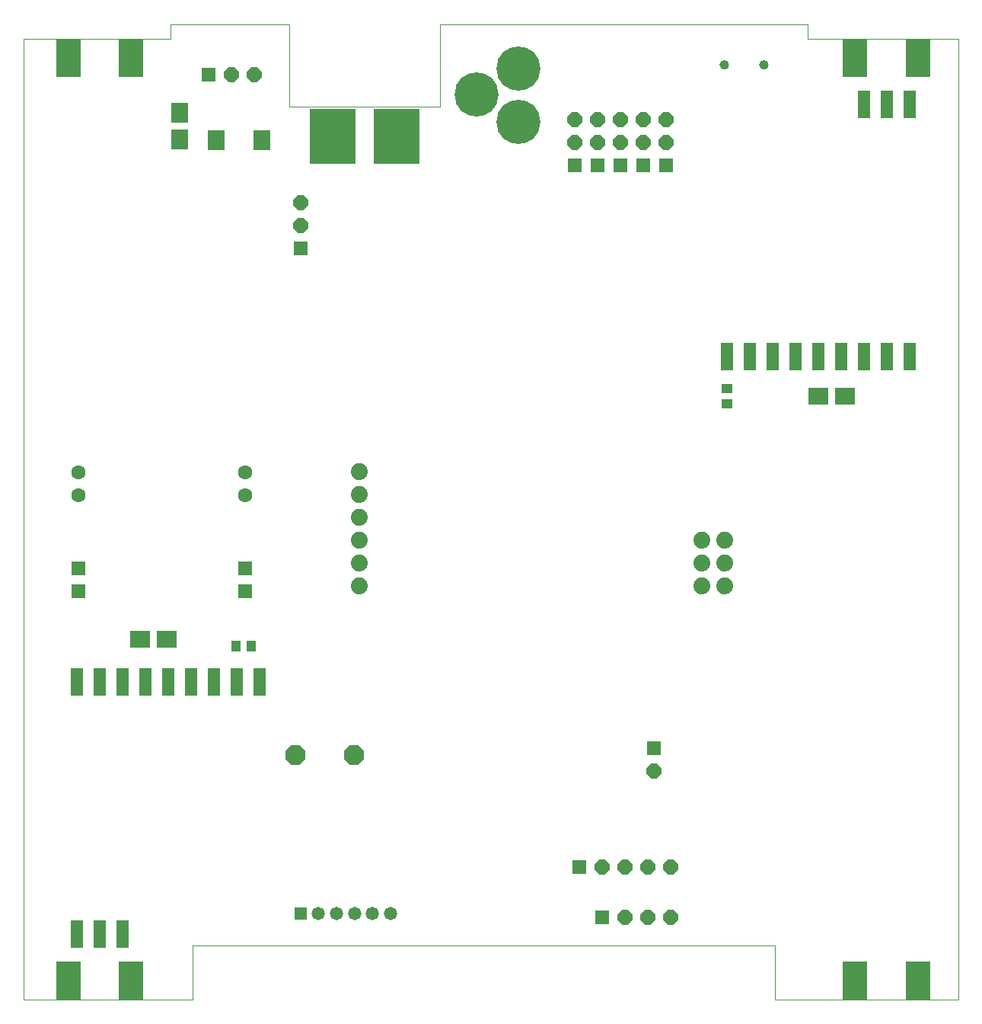
<source format=gbs>
G75*
G70*
%OFA0B0*%
%FSLAX24Y24*%
%IPPOS*%
%LPD*%
%AMOC8*
5,1,8,0,0,1.08239X$1,22.5*
%
%ADD10C,0.0000*%
%ADD11R,0.0552X0.1221*%
%ADD12R,0.1090X0.1690*%
%ADD13R,0.0749X0.0886*%
%ADD14R,0.0749X0.0906*%
%ADD15R,0.0434X0.0473*%
%ADD16R,0.0640X0.0640*%
%ADD17OC8,0.0640*%
%ADD18OC8,0.0890*%
%ADD19R,0.0631X0.0631*%
%ADD20C,0.0631*%
%ADD21R,0.0473X0.0434*%
%ADD22R,0.0886X0.0749*%
%ADD23C,0.0740*%
%ADD24R,0.0580X0.0580*%
%ADD25C,0.0580*%
%ADD26R,0.2009X0.2402*%
%ADD27C,0.1930*%
%ADD28C,0.0394*%
D10*
X021939Y006539D02*
X029339Y006539D01*
X029339Y008889D01*
X054839Y008889D01*
X054839Y006539D01*
X062884Y006539D01*
X062884Y048546D01*
X056289Y048546D01*
X056289Y049189D01*
X040189Y049189D01*
X040189Y045589D01*
X033589Y045589D01*
X033589Y049189D01*
X028389Y049189D01*
X028389Y048546D01*
X021939Y048546D01*
X021939Y006539D01*
X023089Y006539D02*
X027489Y006539D01*
X057539Y006539D02*
X061939Y006539D01*
X054179Y047439D02*
X054181Y047465D01*
X054187Y047491D01*
X054197Y047516D01*
X054210Y047539D01*
X054226Y047559D01*
X054246Y047577D01*
X054268Y047592D01*
X054291Y047604D01*
X054317Y047612D01*
X054343Y047616D01*
X054369Y047616D01*
X054395Y047612D01*
X054421Y047604D01*
X054445Y047592D01*
X054466Y047577D01*
X054486Y047559D01*
X054502Y047539D01*
X054515Y047516D01*
X054525Y047491D01*
X054531Y047465D01*
X054533Y047439D01*
X054531Y047413D01*
X054525Y047387D01*
X054515Y047362D01*
X054502Y047339D01*
X054486Y047319D01*
X054466Y047301D01*
X054444Y047286D01*
X054421Y047274D01*
X054395Y047266D01*
X054369Y047262D01*
X054343Y047262D01*
X054317Y047266D01*
X054291Y047274D01*
X054267Y047286D01*
X054246Y047301D01*
X054226Y047319D01*
X054210Y047339D01*
X054197Y047362D01*
X054187Y047387D01*
X054181Y047413D01*
X054179Y047439D01*
X052446Y047439D02*
X052448Y047465D01*
X052454Y047491D01*
X052464Y047516D01*
X052477Y047539D01*
X052493Y047559D01*
X052513Y047577D01*
X052535Y047592D01*
X052558Y047604D01*
X052584Y047612D01*
X052610Y047616D01*
X052636Y047616D01*
X052662Y047612D01*
X052688Y047604D01*
X052712Y047592D01*
X052733Y047577D01*
X052753Y047559D01*
X052769Y047539D01*
X052782Y047516D01*
X052792Y047491D01*
X052798Y047465D01*
X052800Y047439D01*
X052798Y047413D01*
X052792Y047387D01*
X052782Y047362D01*
X052769Y047339D01*
X052753Y047319D01*
X052733Y047301D01*
X052711Y047286D01*
X052688Y047274D01*
X052662Y047266D01*
X052636Y047262D01*
X052610Y047262D01*
X052584Y047266D01*
X052558Y047274D01*
X052534Y047286D01*
X052513Y047301D01*
X052493Y047319D01*
X052477Y047339D01*
X052464Y047362D01*
X052454Y047387D01*
X052448Y047413D01*
X052446Y047439D01*
X057539Y048546D02*
X061939Y048546D01*
X027489Y048546D02*
X023089Y048546D01*
D11*
X052756Y034666D03*
X053756Y034666D03*
X054756Y034666D03*
X055756Y034666D03*
X056756Y034666D03*
X057756Y034666D03*
X058756Y034666D03*
X059756Y034666D03*
X060756Y034666D03*
X060756Y045689D03*
X059756Y045689D03*
X058756Y045689D03*
X032272Y020413D03*
X031272Y020413D03*
X030272Y020413D03*
X029272Y020413D03*
X028272Y020413D03*
X027272Y020413D03*
X026272Y020413D03*
X025272Y020413D03*
X024272Y020413D03*
X024272Y009389D03*
X025272Y009389D03*
X026272Y009389D03*
D12*
X026665Y007372D03*
X023914Y007372D03*
X058364Y007372D03*
X061115Y007372D03*
X061115Y047714D03*
X058364Y047714D03*
X026665Y047714D03*
X023914Y047714D03*
D13*
X028789Y045320D03*
X028789Y044159D03*
D14*
X030385Y044139D03*
X032393Y044139D03*
D15*
X031924Y021989D03*
X031255Y021989D03*
D16*
X046289Y012339D03*
X047289Y010139D03*
X049539Y017539D03*
X034089Y039389D03*
X030039Y046989D03*
X046089Y043039D03*
X047089Y043039D03*
X048089Y043039D03*
X049089Y043039D03*
X050089Y043039D03*
D17*
X050089Y044039D03*
X049089Y044039D03*
X048089Y044039D03*
X047089Y044039D03*
X046089Y044039D03*
X046089Y045039D03*
X047089Y045039D03*
X048089Y045039D03*
X049089Y045039D03*
X050089Y045039D03*
X034089Y041389D03*
X034089Y040389D03*
X032039Y046989D03*
X031039Y046989D03*
X049539Y016539D03*
X049289Y012339D03*
X048289Y012339D03*
X047289Y012339D03*
X048289Y010139D03*
X049289Y010139D03*
X050289Y010139D03*
X050289Y012339D03*
D18*
X036419Y017239D03*
X033859Y017239D03*
D19*
X031639Y024389D03*
X031639Y025389D03*
X024339Y025389D03*
X024339Y024389D03*
D20*
X024339Y028589D03*
X024339Y029589D03*
X031639Y029589D03*
X031639Y028589D03*
D21*
X052739Y032605D03*
X052739Y033274D03*
D22*
X056759Y032939D03*
X057920Y032939D03*
X028220Y022289D03*
X027059Y022289D03*
D23*
X036639Y024639D03*
X036639Y025639D03*
X036639Y026639D03*
X036639Y027639D03*
X036639Y028639D03*
X036639Y029639D03*
X051639Y026639D03*
X052639Y026639D03*
X052639Y025639D03*
X051639Y025639D03*
X051639Y024639D03*
X052639Y024639D03*
D24*
X034071Y010289D03*
D25*
X034858Y010289D03*
X035646Y010289D03*
X036433Y010289D03*
X037220Y010289D03*
X038008Y010289D03*
D26*
X038287Y044289D03*
X035492Y044289D03*
D27*
X041778Y046113D03*
X043629Y047255D03*
X043629Y044932D03*
D28*
X052623Y047439D03*
X054356Y047439D03*
M02*

</source>
